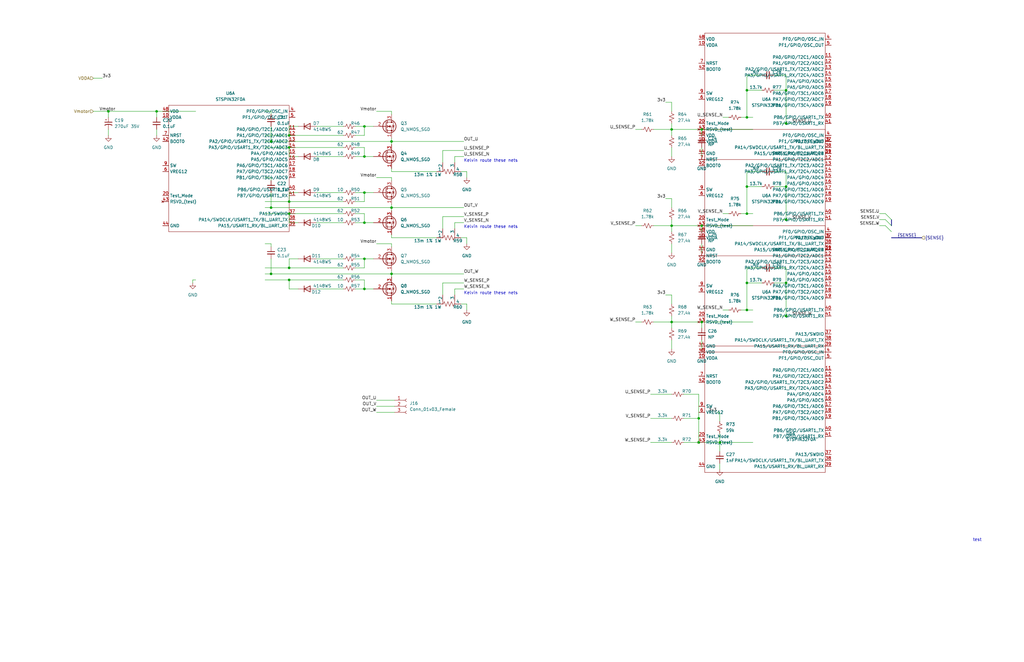
<source format=kicad_sch>
(kicad_sch (version 20210621) (generator eeschema)
  (paper "B")
  (lib_symbols
    (symbol "Connector:Conn_01x03_Female" (pin_names (offset 1.016) hide)
      (property "Reference" "J" (at 0 5.08 0))
      (property "Value" "Conn_01x03_Female" (at 0 -5.08 0))
      (symbol "Conn_01x03_Female_1_1"
        (arc (start 0 -2.032) (end 0 -3.048) (radius (at 0 -2.54) (length 0.508) (angles 90.1 -90.1)) (stroke (width 0.1524)))
        (arc (start 0 0.508) (end 0 -0.508) (radius (at 0 0) (length 0.508) (angles 90.1 -90.1)) (stroke (width 0.1524)))
        (arc (start 0 3.048) (end 0 2.032) (radius (at 0 2.54) (length 0.508) (angles 90.1 -90.1)) (stroke (width 0.1524)))
        (polyline (pts (xy -1.27 -2.54) (xy -0.508 -2.54)) (stroke (width 0.1524)))
        (polyline (pts (xy -1.27 0) (xy -0.508 0)) (stroke (width 0.1524)))
        (polyline (pts (xy -1.27 2.54) (xy -0.508 2.54)) (stroke (width 0.1524)))
        (pin passive line (at -5.08 2.54 0) (length 3.81) (name "Pin_1") (number "1"))
        (pin passive line (at -5.08 0 0) (length 3.81) (name "Pin_2") (number "2"))
        (pin passive line (at -5.08 -2.54 0) (length 3.81) (name "Pin_3") (number "3"))
      )
    )
    (symbol "Device:C_Polarized_Small_US" (pin_numbers hide) (pin_names (offset 0.254) hide)
      (property "Reference" "C" (at 0.254 1.778 0))
      (property "Value" "C_Polarized_Small_US" (at 0.254 -2.032 0))
      (symbol "C_Polarized_Small_US_0_1"
        (arc (start -1.524 -0.762) (end 1.524 -0.762) (radius (at 0 -3.556) (length 3.175) (angles 118.6 61.4)) (stroke (width 0.3048)))
        (polyline (pts (xy -1.524 0.508) (xy 1.524 0.508)) (stroke (width 0.3048)))
        (polyline (pts (xy -1.27 1.524) (xy -0.762 1.524)))
        (polyline (pts (xy -1.016 1.27) (xy -1.016 1.778)))
      )
      (symbol "C_Polarized_Small_US_1_1"
        (pin passive line (at 0 2.54 270) (length 2.032) (name "~") (number "1"))
        (pin passive line (at 0 -2.54 90) (length 2.032) (name "~") (number "2"))
      )
    )
    (symbol "Device:C_Small" (pin_numbers hide) (pin_names (offset 0.254) hide)
      (property "Reference" "C" (at 0.254 1.778 0))
      (property "Value" "C_Small" (at 0.254 -2.032 0))
      (symbol "C_Small_0_1"
        (polyline (pts (xy -1.524 -0.508) (xy 1.524 -0.508)) (stroke (width 0.3302)))
        (polyline (pts (xy -1.524 0.508) (xy 1.524 0.508)) (stroke (width 0.3048)))
      )
      (symbol "C_Small_1_1"
        (pin passive line (at 0 2.54 270) (length 2.032) (name "~") (number "1"))
        (pin passive line (at 0 -2.54 90) (length 2.032) (name "~") (number "2"))
      )
    )
    (symbol "Device:D" (pin_numbers hide) (pin_names (offset 1.016) hide)
      (property "Reference" "D" (at 0 2.54 0))
      (property "Value" "D" (at 0 -2.54 0))
      (symbol "D_0_1"
        (polyline (pts (xy -1.27 1.27) (xy -1.27 -1.27)) (stroke (width 0.254)))
        (polyline (pts (xy 1.27 0) (xy -1.27 0)))
        (polyline (pts (xy 1.27 1.27) (xy 1.27 -1.27) (xy -1.27 0) (xy 1.27 1.27)) (stroke (width 0.254)))
      )
      (symbol "D_1_1"
        (pin passive line (at -3.81 0 0) (length 2.54) (name "K") (number "1"))
        (pin passive line (at 3.81 0 180) (length 2.54) (name "A") (number "2"))
      )
    )
    (symbol "Device:Q_NMOS_SGD" (pin_names (offset 0) hide)
      (property "Reference" "Q" (at 5.08 1.27 0))
      (property "Value" "Q_NMOS_SGD" (at 5.08 -1.27 0))
      (symbol "Q_NMOS_SGD_0_1"
        (circle (center 1.651 0) (radius 2.794) (stroke (width 0.254)))
        (circle (center 2.54 -1.778) (radius 0.254) (fill (type outline)))
        (circle (center 2.54 1.778) (radius 0.254) (fill (type outline)))
        (polyline (pts (xy 0.254 0) (xy -2.54 0)))
        (polyline (pts (xy 0.254 1.905) (xy 0.254 -1.905)) (stroke (width 0.254)))
        (polyline (pts (xy 0.762 -1.27) (xy 0.762 -2.286)) (stroke (width 0.254)))
        (polyline (pts (xy 0.762 0.508) (xy 0.762 -0.508)) (stroke (width 0.254)))
        (polyline (pts (xy 0.762 2.286) (xy 0.762 1.27)) (stroke (width 0.254)))
        (polyline (pts (xy 2.54 2.54) (xy 2.54 1.778)))
        (polyline (pts (xy 2.54 -2.54) (xy 2.54 0) (xy 0.762 0)))
        (polyline (pts (xy 0.762 -1.778) (xy 3.302 -1.778) (xy 3.302 1.778) (xy 0.762 1.778)))
        (polyline (pts (xy 2.794 0.508) (xy 2.921 0.381) (xy 3.683 0.381) (xy 3.81 0.254)))
        (polyline (pts (xy 3.302 0.381) (xy 2.921 -0.254) (xy 3.683 -0.254) (xy 3.302 0.381)))
        (polyline (pts (xy 1.016 0) (xy 2.032 0.381) (xy 2.032 -0.381) (xy 1.016 0)) (fill (type outline)))
      )
      (symbol "Q_NMOS_SGD_1_1"
        (pin passive line (at 2.54 -5.08 90) (length 2.54) (name "S") (number "1"))
        (pin input line (at -5.08 0 0) (length 5.08) (name "G") (number "2"))
        (pin passive line (at 2.54 5.08 270) (length 2.54) (name "D") (number "3"))
      )
    )
    (symbol "Device:R_Shunt_US" (pin_numbers hide) (pin_names (offset 0))
      (property "Reference" "R" (at -5.08 0 90))
      (property "Value" "R_Shunt_US" (at -3.048 0 90))
      (symbol "R_Shunt_US_1_1"
        (polyline (pts (xy 0 -2.54) (xy 1.27 -2.54)))
        (polyline (pts (xy 0 -2.286) (xy 0 -2.54)))
        (polyline (pts (xy 0 2.286) (xy 0 2.54)))
        (polyline (pts (xy 1.27 2.54) (xy 0 2.54)))
        (polyline (pts (xy 0 -0.762) (xy 1.016 -1.143) (xy 0 -1.524) (xy -1.016 -1.905) (xy 0 -2.286)))
        (polyline (pts (xy 0 0.762) (xy 1.016 0.381) (xy 0 0) (xy -1.016 -0.381) (xy 0 -0.762)))
        (polyline (pts (xy 0 2.286) (xy 1.016 1.905) (xy 0 1.524) (xy -1.016 1.143) (xy 0 0.762)))
        (pin passive line (at 0 5.08 270) (length 2.54) (name "1") (number "1"))
        (pin passive line (at 3.81 2.54 180) (length 2.54) (name "2") (number "2"))
        (pin passive line (at 3.81 -2.54 180) (length 2.54) (name "3") (number "3"))
        (pin passive line (at 0 -5.08 90) (length 2.54) (name "4") (number "4"))
      )
    )
    (symbol "Device:R_Small_US" (pin_numbers hide) (pin_names (offset 0.254) hide)
      (property "Reference" "R" (at 0.762 0.508 0))
      (property "Value" "R_Small_US" (at 0.762 -1.016 0))
      (symbol "R_Small_US_1_1"
        (polyline (pts (xy 0 0) (xy 1.016 -0.381) (xy 0 -0.762) (xy -1.016 -1.143) (xy 0 -1.524)))
        (polyline (pts (xy 0 1.524) (xy 1.016 1.143) (xy 0 0.762) (xy -1.016 0.381) (xy 0 0)))
        (pin passive line (at 0 2.54 270) (length 1.016) (name "~") (number "1"))
        (pin passive line (at 0 -2.54 90) (length 1.016) (name "~") (number "2"))
      )
    )
    (symbol "power:GND" (power) (pin_names (offset 0))
      (property "Value" "GND" (at 0 -3.81 0))
      (symbol "GND_0_1"
        (polyline (pts (xy 0 0) (xy 0 -1.27) (xy 1.27 -1.27) (xy 0 -2.54) (xy -1.27 -1.27) (xy 0 -1.27)))
      )
      (symbol "GND_1_1"
        (pin power_in line (at 0 0 270) (length 0) hide (name "GND") (number "1"))
      )
    )
    (symbol "st_microcontrollers:STSPIN32F0A"
      (property "Reference" "U" (at 0 -17.78 0))
      (property "Value" "STSPIN32F0A" (at 0 40.64 0))
      (symbol "STSPIN32F0A_1_1"
        (rectangle (start -25.4 38.1) (end 25.4 -15.24) (stroke (width 0.1524)))
        (pin power_in line (at -27.94 33.02 0) (length 2.54) (name "VDDA") (number "10"))
        (pin bidirectional line (at 27.94 27.94 180) (length 2.54) (name "PA0/GPIO/T2C1/ADC0") (number "11"))
        (pin bidirectional line (at 27.94 25.4 180) (length 2.54) (name "PA1/GPIO/T2C2/ADC1") (number "12"))
        (pin bidirectional line (at 27.94 22.86 180) (length 2.54) (name "PA2/GPIO/USART1_TX/T2C3/ADC2") (number "13"))
        (pin bidirectional line (at 27.94 20.32 180) (length 2.54) (name "PA3/GPIO/USART1_RX/T2C4/ADC3") (number "14"))
        (pin bidirectional line (at 27.94 17.78 180) (length 2.54) (name "PA4/GPIO/ADC4") (number "15"))
        (pin bidirectional line (at 27.94 15.24 180) (length 2.54) (name "PA5/GPIO/ADC5") (number "16"))
        (pin bidirectional line (at 27.94 12.7 180) (length 2.54) (name "PA6/GPIO/T3C1/ADC6") (number "17"))
        (pin bidirectional line (at 27.94 10.16 180) (length 2.54) (name "PA7/GPIO/T3C2/ADC7") (number "18"))
        (pin bidirectional line (at 27.94 7.62 180) (length 2.54) (name "PB1/GPIO/T3C4/ADC9") (number "19"))
        (pin input line (at -27.94 0 0) (length 2.54) (name "Test_Mode") (number "20"))
        (pin input line (at 27.94 -7.62 180) (length 2.54) (name "PA13/SWDIO") (number "37"))
        (pin input line (at 27.94 -10.16 180) (length 2.54) (name "PA14/SWDCLK/USART1_TX/BL_UART_TX") (number "38"))
        (pin input line (at 27.94 -12.7 180) (length 2.54) (name "PA15/USART1_RX/BL_UART_RX") (number "39"))
        (pin bidirectional line (at 27.94 35.56 180) (length 2.54) (name "PF0/GPIO/OSC_IN") (number "4"))
        (pin bidirectional line (at 27.94 2.54 180) (length 2.54) (name "PB6/GPIO/USART1_TX") (number "40"))
        (pin bidirectional line (at 27.94 0 180) (length 2.54) (name "PB7/GPIO/USART1_RX") (number "41"))
        (pin bidirectional line (at -27.94 22.86 0) (length 2.54) (name "BOOT0") (number "42"))
        (pin no_connect line (at -27.94 -2.54 0) (length 2.54) (name "RSVD_(test)") (number "43"))
        (pin power_in line (at -27.94 -12.7 0) (length 2.54) (name "GND") (number "44"))
        (pin power_in line (at -27.94 35.56 0) (length 2.54) (name "VDD") (number "48"))
        (pin bidirectional line (at 27.94 33.02 180) (length 2.54) (name "PF1/GPIO/OSC_OUT") (number "5"))
        (pin bidirectional line (at -27.94 10.16 0) (length 2.54) (name "VREG12") (number "6"))
        (pin bidirectional line (at -27.94 25.4 0) (length 2.54) (name "NRST") (number "7"))
        (pin bidirectional line (at -27.94 12.7 0) (length 2.54) (name "SW") (number "9"))
      )
      (symbol "STSPIN32F0A_2_1"
        (rectangle (start -11.43 38.1) (end 12.7 -38.1) (stroke (width 0.1524)))
        (pin output line (at 15.24 -30.48 180) (length 2.54) (name "HSW") (number "25"))
        (pin bidirectional line (at 15.24 -33.02 180) (length 2.54) (name "OUTW") (number "26"))
        (pin bidirectional line (at 15.24 -20.32 180) (length 2.54) (name "VBOOTW") (number "27"))
        (pin output line (at 15.24 -35.56 180) (length 2.54) (name "LSW") (number "28"))
        (pin output line (at 15.24 -2.54 180) (length 2.54) (name "HSV") (number "29"))
        (pin bidirectional line (at 15.24 -5.08 180) (length 2.54) (name "OUTV") (number "30"))
        (pin bidirectional line (at 15.24 7.62 180) (length 2.54) (name "VBOOTV") (number "31"))
        (pin output line (at 15.24 -7.62 180) (length 2.54) (name "LSV") (number "32"))
        (pin output line (at 15.24 25.4 180) (length 2.54) (name "HSU") (number "33"))
        (pin bidirectional line (at 15.24 22.86 180) (length 2.54) (name "OUTU") (number "34"))
        (pin bidirectional line (at 15.24 35.56 180) (length 2.54) (name "VBOOTU") (number "35"))
        (pin output line (at 15.24 20.32 180) (length 2.54) (name "LSU") (number "36"))
        (pin power_in line (at -13.97 -35.56 0) (length 2.54) (name "EPAD/GND") (number "49"))
        (pin power_in line (at -13.97 35.56 0) (length 2.54) (name "VM/VMotor") (number "8"))
      )
      (symbol "STSPIN32F0A_3_1"
        (polyline (pts (xy -2.54 5.08) (xy -2.54 -5.08) (xy 3.81 0) (xy -2.54 5.08)) (stroke (width 0.1524)))
        (pin output line (at 6.35 0 180) (length 2.54) (name "OP1O") (number "21"))
        (pin input inverted (at -5.08 2.54 0) (length 2.54) (name "OP1N") (number "22"))
        (pin input line (at -5.08 -2.54 0) (length 2.54) (name "OP1P") (number "23"))
      )
      (symbol "STSPIN32F0A_4_1"
        (polyline (pts (xy -2.54 5.08) (xy -2.54 -5.08) (xy 3.81 0) (xy -2.54 5.08)) (stroke (width 0.1524)))
        (pin input line (at -5.08 -2.54 0) (length 2.54) (name "OP2P") (number "1"))
        (pin input inverted (at -5.08 2.54 0) (length 2.54) (name "OP2N") (number "2"))
        (pin output line (at 6.35 0 180) (length 2.54) (name "OP2O") (number "3"))
      )
      (symbol "STSPIN32F0A_5_1"
        (polyline (pts (xy -2.54 5.08) (xy -2.54 -5.08) (xy 3.81 0) (xy -2.54 5.08)) (stroke (width 0.1524)))
        (pin input line (at -5.08 -2.54 0) (length 2.54) (name "OP3P") (number "45"))
        (pin input inverted (at -5.08 2.54 0) (length 2.54) (name "OP3N") (number "46"))
        (pin output line (at 6.35 0 180) (length 2.54) (name "OP3O") (number "47"))
      )
      (symbol "STSPIN32F0A_6_1"
        (polyline (pts (xy -5.715 3.175) (xy -4.445 1.905)) (stroke (width 0.1524)))
        (polyline (pts (xy -4.445 3.175) (xy -5.715 1.905)) (stroke (width 0.1524)))
        (polyline (pts (xy -2.54 2.54) (xy -5.08 2.54)) (stroke (width 0.1524)))
        (polyline (pts (xy 3.81 0) (xy 6.35 0)) (stroke (width 0.1524)))
        (polyline (pts (xy 5.715 -0.635) (xy 6.985 0.635)) (stroke (width 0.1524)))
        (polyline (pts (xy 5.715 0.635) (xy 6.985 -0.635)) (stroke (width 0.1524)))
        (polyline (pts (xy -2.54 5.08) (xy -2.54 -5.08) (xy 3.81 0) (xy -2.54 5.08)) (stroke (width 0.1524)))
        (pin input line (at -5.08 -2.54 0) (length 2.54) (name "OC_Comp") (number "24"))
      )
    )
  )
  (junction (at 45.72 46.99) (diameter 0.9144))
  (junction (at 66.04 46.99) (diameter 0.9144))
  (junction (at 114.3 59.69) (diameter 0.9144))
  (junction (at 114.3 87.63) (diameter 0.9144))
  (junction (at 114.3 115.57) (diameter 0.9144))
  (junction (at 121.92 57.15) (diameter 0.9144))
  (junction (at 121.92 62.23) (diameter 0.9144))
  (junction (at 121.92 85.09) (diameter 0.9144))
  (junction (at 121.92 90.17) (diameter 0.9144))
  (junction (at 121.92 113.03) (diameter 0.9144))
  (junction (at 121.92 118.11) (diameter 0.9144))
  (junction (at 153.67 53.34) (diameter 0.9144))
  (junction (at 153.67 66.04) (diameter 0.9144))
  (junction (at 153.67 81.28) (diameter 0.9144))
  (junction (at 153.67 93.98) (diameter 0.9144))
  (junction (at 153.67 109.22) (diameter 0.9144))
  (junction (at 153.67 121.92) (diameter 0.9144))
  (junction (at 165.1 59.69) (diameter 0.9144))
  (junction (at 165.1 87.63) (diameter 0.9144))
  (junction (at 165.1 115.57) (diameter 0.9144))
  (junction (at 283.21 54.61) (diameter 0.9144))
  (junction (at 283.21 95.25) (diameter 0.9144))
  (junction (at 283.21 135.89) (diameter 0.9144))
  (junction (at 294.64 176.53) (diameter 0.9144))
  (junction (at 294.64 186.69) (diameter 0.9144))
  (junction (at 295.91 54.61) (diameter 0.9144))
  (junction (at 295.91 95.25) (diameter 0.9144))
  (junction (at 295.91 135.89) (diameter 0.9144))
  (junction (at 303.53 186.69) (diameter 0.9144))
  (junction (at 314.96 38.1) (diameter 0.9144))
  (junction (at 314.96 49.53) (diameter 0.9144))
  (junction (at 314.96 78.74) (diameter 0.9144))
  (junction (at 314.96 90.17) (diameter 0.9144))
  (junction (at 314.96 119.38) (diameter 0.9144))
  (junction (at 314.96 130.81) (diameter 0.9144))
  (junction (at 331.47 38.1) (diameter 0.9144))
  (junction (at 331.47 52.07) (diameter 0.9144))
  (junction (at 331.47 78.74) (diameter 0.9144))
  (junction (at 331.47 92.71) (diameter 0.9144))
  (junction (at 331.47 119.38) (diameter 0.9144))
  (junction (at 331.47 133.35) (diameter 0.9144))
  (bus_entry (at 373.38 90.17) (size 2.54 2.54))
  (bus_entry (at 373.38 92.71) (size 2.54 2.54))
  (bus_entry (at 373.38 95.25) (size 2.54 2.54))
  (wire (pts (xy 39.37 33.02) (xy 43.18 33.02)))
  (wire (pts (xy 39.37 46.99) (xy 45.72 46.99)))
  (wire (pts (xy 45.72 46.99) (xy 45.72 49.53)))
  (wire (pts (xy 45.72 46.99) (xy 66.04 46.99)))
  (wire (pts (xy 45.72 54.61) (xy 45.72 57.15)))
  (wire (pts (xy 66.04 46.99) (xy 66.04 49.53)))
  (wire (pts (xy 66.04 46.99) (xy 82.55 46.99)))
  (wire (pts (xy 66.04 54.61) (xy 66.04 57.15)))
  (wire (pts (xy 81.28 118.11) (xy 81.28 119.38)))
  (wire (pts (xy 82.55 118.11) (xy 81.28 118.11)))
  (wire (pts (xy 111.76 57.15) (xy 121.92 57.15)))
  (wire (pts (xy 111.76 59.69) (xy 114.3 59.69)))
  (wire (pts (xy 111.76 62.23) (xy 121.92 62.23)))
  (wire (pts (xy 111.76 85.09) (xy 121.92 85.09)))
  (wire (pts (xy 111.76 87.63) (xy 114.3 87.63)))
  (wire (pts (xy 111.76 90.17) (xy 121.92 90.17)))
  (wire (pts (xy 111.76 113.03) (xy 121.92 113.03)))
  (wire (pts (xy 111.76 115.57) (xy 114.3 115.57)))
  (wire (pts (xy 111.76 118.11) (xy 121.92 118.11)))
  (wire (pts (xy 114.3 46.99) (xy 111.76 46.99)))
  (wire (pts (xy 114.3 48.26) (xy 114.3 46.99)))
  (wire (pts (xy 114.3 53.34) (xy 114.3 59.69)))
  (wire (pts (xy 114.3 59.69) (xy 165.1 59.69)))
  (wire (pts (xy 114.3 74.93) (xy 111.76 74.93)))
  (wire (pts (xy 114.3 76.2) (xy 114.3 74.93)))
  (wire (pts (xy 114.3 81.28) (xy 114.3 87.63)))
  (wire (pts (xy 114.3 87.63) (xy 165.1 87.63)))
  (wire (pts (xy 114.3 102.87) (xy 111.76 102.87)))
  (wire (pts (xy 114.3 104.14) (xy 114.3 102.87)))
  (wire (pts (xy 114.3 109.22) (xy 114.3 115.57)))
  (wire (pts (xy 114.3 115.57) (xy 165.1 115.57)))
  (wire (pts (xy 121.92 53.34) (xy 121.92 57.15)))
  (wire (pts (xy 121.92 57.15) (xy 144.78 57.15)))
  (wire (pts (xy 121.92 62.23) (xy 144.78 62.23)))
  (wire (pts (xy 121.92 66.04) (xy 121.92 62.23)))
  (wire (pts (xy 121.92 81.28) (xy 121.92 85.09)))
  (wire (pts (xy 121.92 85.09) (xy 144.78 85.09)))
  (wire (pts (xy 121.92 90.17) (xy 144.78 90.17)))
  (wire (pts (xy 121.92 93.98) (xy 121.92 90.17)))
  (wire (pts (xy 121.92 109.22) (xy 121.92 113.03)))
  (wire (pts (xy 121.92 113.03) (xy 144.78 113.03)))
  (wire (pts (xy 121.92 118.11) (xy 144.78 118.11)))
  (wire (pts (xy 121.92 121.92) (xy 121.92 118.11)))
  (wire (pts (xy 125.73 53.34) (xy 121.92 53.34)))
  (wire (pts (xy 125.73 66.04) (xy 121.92 66.04)))
  (wire (pts (xy 125.73 81.28) (xy 121.92 81.28)))
  (wire (pts (xy 125.73 93.98) (xy 121.92 93.98)))
  (wire (pts (xy 125.73 109.22) (xy 121.92 109.22)))
  (wire (pts (xy 125.73 121.92) (xy 121.92 121.92)))
  (wire (pts (xy 133.35 53.34) (xy 144.78 53.34)))
  (wire (pts (xy 133.35 66.04) (xy 144.78 66.04)))
  (wire (pts (xy 133.35 81.28) (xy 144.78 81.28)))
  (wire (pts (xy 133.35 93.98) (xy 144.78 93.98)))
  (wire (pts (xy 133.35 109.22) (xy 144.78 109.22)))
  (wire (pts (xy 133.35 121.92) (xy 144.78 121.92)))
  (wire (pts (xy 149.86 53.34) (xy 153.67 53.34)))
  (wire (pts (xy 149.86 57.15) (xy 153.67 57.15)))
  (wire (pts (xy 149.86 62.23) (xy 153.67 62.23)))
  (wire (pts (xy 149.86 66.04) (xy 153.67 66.04)))
  (wire (pts (xy 149.86 81.28) (xy 153.67 81.28)))
  (wire (pts (xy 149.86 85.09) (xy 153.67 85.09)))
  (wire (pts (xy 149.86 90.17) (xy 153.67 90.17)))
  (wire (pts (xy 149.86 93.98) (xy 153.67 93.98)))
  (wire (pts (xy 149.86 109.22) (xy 153.67 109.22)))
  (wire (pts (xy 149.86 113.03) (xy 153.67 113.03)))
  (wire (pts (xy 149.86 118.11) (xy 153.67 118.11)))
  (wire (pts (xy 149.86 121.92) (xy 153.67 121.92)))
  (wire (pts (xy 153.67 53.34) (xy 153.67 57.15)))
  (wire (pts (xy 153.67 53.34) (xy 157.48 53.34)))
  (wire (pts (xy 153.67 62.23) (xy 153.67 66.04)))
  (wire (pts (xy 153.67 66.04) (xy 157.48 66.04)))
  (wire (pts (xy 153.67 81.28) (xy 153.67 85.09)))
  (wire (pts (xy 153.67 81.28) (xy 157.48 81.28)))
  (wire (pts (xy 153.67 90.17) (xy 153.67 93.98)))
  (wire (pts (xy 153.67 93.98) (xy 157.48 93.98)))
  (wire (pts (xy 153.67 109.22) (xy 153.67 113.03)))
  (wire (pts (xy 153.67 109.22) (xy 157.48 109.22)))
  (wire (pts (xy 153.67 118.11) (xy 153.67 121.92)))
  (wire (pts (xy 153.67 121.92) (xy 157.48 121.92)))
  (wire (pts (xy 158.75 46.99) (xy 165.1 46.99)))
  (wire (pts (xy 158.75 74.93) (xy 165.1 74.93)))
  (wire (pts (xy 158.75 102.87) (xy 165.1 102.87)))
  (wire (pts (xy 158.75 168.91) (xy 166.37 168.91)))
  (wire (pts (xy 158.75 171.45) (xy 166.37 171.45)))
  (wire (pts (xy 158.75 173.99) (xy 166.37 173.99)))
  (wire (pts (xy 165.1 48.26) (xy 165.1 46.99)))
  (wire (pts (xy 165.1 58.42) (xy 165.1 59.69)))
  (wire (pts (xy 165.1 59.69) (xy 165.1 60.96)))
  (wire (pts (xy 165.1 59.69) (xy 195.58 59.69)))
  (wire (pts (xy 165.1 72.39) (xy 165.1 71.12)))
  (wire (pts (xy 165.1 72.39) (xy 184.15 72.39)))
  (wire (pts (xy 165.1 76.2) (xy 165.1 74.93)))
  (wire (pts (xy 165.1 86.36) (xy 165.1 87.63)))
  (wire (pts (xy 165.1 87.63) (xy 165.1 88.9)))
  (wire (pts (xy 165.1 87.63) (xy 195.58 87.63)))
  (wire (pts (xy 165.1 100.33) (xy 165.1 99.06)))
  (wire (pts (xy 165.1 100.33) (xy 184.15 100.33)))
  (wire (pts (xy 165.1 104.14) (xy 165.1 102.87)))
  (wire (pts (xy 165.1 114.3) (xy 165.1 115.57)))
  (wire (pts (xy 165.1 115.57) (xy 165.1 116.84)))
  (wire (pts (xy 165.1 115.57) (xy 195.58 115.57)))
  (wire (pts (xy 165.1 128.27) (xy 165.1 127)))
  (wire (pts (xy 165.1 128.27) (xy 184.15 128.27)))
  (wire (pts (xy 186.69 63.5) (xy 195.58 63.5)))
  (wire (pts (xy 186.69 68.58) (xy 186.69 63.5)))
  (wire (pts (xy 186.69 91.44) (xy 195.58 91.44)))
  (wire (pts (xy 186.69 96.52) (xy 186.69 91.44)))
  (wire (pts (xy 186.69 119.38) (xy 195.58 119.38)))
  (wire (pts (xy 186.69 124.46) (xy 186.69 119.38)))
  (wire (pts (xy 191.77 66.04) (xy 195.58 66.04)))
  (wire (pts (xy 191.77 68.58) (xy 191.77 66.04)))
  (wire (pts (xy 191.77 93.98) (xy 195.58 93.98)))
  (wire (pts (xy 191.77 96.52) (xy 191.77 93.98)))
  (wire (pts (xy 191.77 121.92) (xy 195.58 121.92)))
  (wire (pts (xy 191.77 124.46) (xy 191.77 121.92)))
  (wire (pts (xy 194.31 72.39) (xy 196.85 72.39)))
  (wire (pts (xy 194.31 100.33) (xy 196.85 100.33)))
  (wire (pts (xy 194.31 128.27) (xy 196.85 128.27)))
  (wire (pts (xy 196.85 72.39) (xy 196.85 74.93)))
  (wire (pts (xy 196.85 100.33) (xy 196.85 102.87)))
  (wire (pts (xy 196.85 128.27) (xy 196.85 130.81)))
  (wire (pts (xy 267.97 54.61) (xy 270.51 54.61)))
  (wire (pts (xy 267.97 95.25) (xy 270.51 95.25)))
  (wire (pts (xy 267.97 135.89) (xy 270.51 135.89)))
  (wire (pts (xy 274.32 166.37) (xy 283.21 166.37)))
  (wire (pts (xy 274.32 176.53) (xy 283.21 176.53)))
  (wire (pts (xy 274.32 186.69) (xy 283.21 186.69)))
  (wire (pts (xy 275.59 54.61) (xy 283.21 54.61)))
  (wire (pts (xy 275.59 95.25) (xy 283.21 95.25)))
  (wire (pts (xy 275.59 135.89) (xy 283.21 135.89)))
  (wire (pts (xy 280.67 43.18) (xy 283.21 43.18)))
  (wire (pts (xy 280.67 83.82) (xy 283.21 83.82)))
  (wire (pts (xy 280.67 124.46) (xy 283.21 124.46)))
  (wire (pts (xy 283.21 43.18) (xy 283.21 46.99)))
  (wire (pts (xy 283.21 52.07) (xy 283.21 54.61)))
  (wire (pts (xy 283.21 54.61) (xy 283.21 57.15)))
  (wire (pts (xy 283.21 54.61) (xy 295.91 54.61)))
  (wire (pts (xy 283.21 62.23) (xy 283.21 66.04)))
  (wire (pts (xy 283.21 83.82) (xy 283.21 87.63)))
  (wire (pts (xy 283.21 92.71) (xy 283.21 95.25)))
  (wire (pts (xy 283.21 95.25) (xy 283.21 97.79)))
  (wire (pts (xy 283.21 95.25) (xy 295.91 95.25)))
  (wire (pts (xy 283.21 102.87) (xy 283.21 106.68)))
  (wire (pts (xy 283.21 124.46) (xy 283.21 128.27)))
  (wire (pts (xy 283.21 133.35) (xy 283.21 135.89)))
  (wire (pts (xy 283.21 135.89) (xy 283.21 138.43)))
  (wire (pts (xy 283.21 135.89) (xy 295.91 135.89)))
  (wire (pts (xy 283.21 143.51) (xy 283.21 147.32)))
  (wire (pts (xy 288.29 166.37) (xy 294.64 166.37)))
  (wire (pts (xy 288.29 176.53) (xy 294.64 176.53)))
  (wire (pts (xy 288.29 186.69) (xy 294.64 186.69)))
  (wire (pts (xy 294.64 166.37) (xy 294.64 176.53)))
  (wire (pts (xy 294.64 176.53) (xy 294.64 186.69)))
  (wire (pts (xy 294.64 186.69) (xy 303.53 186.69)))
  (wire (pts (xy 295.91 54.61) (xy 295.91 57.15)))
  (wire (pts (xy 295.91 54.61) (xy 317.5 54.61)))
  (wire (pts (xy 295.91 62.23) (xy 295.91 66.04)))
  (wire (pts (xy 295.91 95.25) (xy 295.91 97.79)))
  (wire (pts (xy 295.91 95.25) (xy 317.5 95.25)))
  (wire (pts (xy 295.91 102.87) (xy 295.91 106.68)))
  (wire (pts (xy 295.91 135.89) (xy 295.91 138.43)))
  (wire (pts (xy 295.91 135.89) (xy 317.5 135.89)))
  (wire (pts (xy 295.91 143.51) (xy 295.91 147.32)))
  (wire (pts (xy 302.26 173.99) (xy 303.53 173.99)))
  (wire (pts (xy 303.53 177.8) (xy 303.53 173.99)))
  (wire (pts (xy 303.53 182.88) (xy 303.53 186.69)))
  (wire (pts (xy 303.53 186.69) (xy 303.53 190.5)))
  (wire (pts (xy 303.53 186.69) (xy 317.5 186.69)))
  (wire (pts (xy 303.53 195.58) (xy 303.53 198.12)))
  (wire (pts (xy 304.8 49.53) (xy 307.34 49.53)))
  (wire (pts (xy 304.8 90.17) (xy 307.34 90.17)))
  (wire (pts (xy 304.8 130.81) (xy 307.34 130.81)))
  (wire (pts (xy 312.42 49.53) (xy 314.96 49.53)))
  (wire (pts (xy 312.42 90.17) (xy 314.96 90.17)))
  (wire (pts (xy 312.42 130.81) (xy 314.96 130.81)))
  (wire (pts (xy 314.96 31.75) (xy 314.96 38.1)))
  (wire (pts (xy 314.96 38.1) (xy 314.96 49.53)))
  (wire (pts (xy 314.96 49.53) (xy 317.5 49.53)))
  (wire (pts (xy 314.96 72.39) (xy 314.96 78.74)))
  (wire (pts (xy 314.96 78.74) (xy 314.96 90.17)))
  (wire (pts (xy 314.96 90.17) (xy 317.5 90.17)))
  (wire (pts (xy 314.96 113.03) (xy 314.96 119.38)))
  (wire (pts (xy 314.96 119.38) (xy 314.96 130.81)))
  (wire (pts (xy 314.96 130.81) (xy 317.5 130.81)))
  (wire (pts (xy 321.31 31.75) (xy 314.96 31.75)))
  (wire (pts (xy 321.31 38.1) (xy 314.96 38.1)))
  (wire (pts (xy 321.31 72.39) (xy 314.96 72.39)))
  (wire (pts (xy 321.31 78.74) (xy 314.96 78.74)))
  (wire (pts (xy 321.31 113.03) (xy 314.96 113.03)))
  (wire (pts (xy 321.31 119.38) (xy 314.96 119.38)))
  (wire (pts (xy 326.39 31.75) (xy 331.47 31.75)))
  (wire (pts (xy 326.39 38.1) (xy 331.47 38.1)))
  (wire (pts (xy 326.39 72.39) (xy 331.47 72.39)))
  (wire (pts (xy 326.39 78.74) (xy 331.47 78.74)))
  (wire (pts (xy 326.39 113.03) (xy 331.47 113.03)))
  (wire (pts (xy 326.39 119.38) (xy 331.47 119.38)))
  (wire (pts (xy 331.47 31.75) (xy 331.47 38.1)))
  (wire (pts (xy 331.47 38.1) (xy 331.47 52.07)))
  (wire (pts (xy 331.47 52.07) (xy 328.93 52.07)))
  (wire (pts (xy 331.47 52.07) (xy 334.01 52.07)))
  (wire (pts (xy 331.47 72.39) (xy 331.47 78.74)))
  (wire (pts (xy 331.47 78.74) (xy 331.47 92.71)))
  (wire (pts (xy 331.47 92.71) (xy 328.93 92.71)))
  (wire (pts (xy 331.47 92.71) (xy 334.01 92.71)))
  (wire (pts (xy 331.47 113.03) (xy 331.47 119.38)))
  (wire (pts (xy 331.47 119.38) (xy 331.47 133.35)))
  (wire (pts (xy 331.47 133.35) (xy 328.93 133.35)))
  (wire (pts (xy 331.47 133.35) (xy 334.01 133.35)))
  (wire (pts (xy 370.84 90.17) (xy 373.38 90.17)))
  (wire (pts (xy 370.84 92.71) (xy 373.38 92.71)))
  (wire (pts (xy 370.84 95.25) (xy 373.38 95.25)))
  (bus (pts (xy 375.92 92.71) (xy 375.92 100.33)))
  (bus (pts (xy 375.92 100.33) (xy 388.62 100.33)))
  (text "Kelvin route these nets" (at 195.58 68.58 0) (effects (font (size 1.27 1.27)) (justify left bottom)))
  (text "Kelvin route these nets" (at 195.58 96.52 0) (effects (font (size 1.27 1.27)) (justify left bottom)))
  (text "Kelvin route these nets" (at 195.58 124.46 0) (effects (font (size 1.27 1.27)) (justify left bottom)))
  (text "test" (at 410.21 228.6 0) (effects (font (size 1.27 1.27)) (justify left bottom)))
  (label "Vmotor" (at 41.91 46.99 0))
  (label "3v3" (at 43.18 33.02 0))
  (label "Vmotor" (at 158.75 46.99 180))
  (label "Vmotor" (at 158.75 74.93 180))
  (label "Vmotor" (at 158.75 102.87 180))
  (label "OUT_U" (at 158.75 168.91 180))
  (label "OUT_V" (at 158.75 171.45 180))
  (label "OUT_W" (at 158.75 173.99 180))
  (label "OUT_U" (at 195.58 59.69 0))
  (label "U_SENSE_P" (at 195.58 63.5 0))
  (label "U_SENSE_N" (at 195.58 66.04 0))
  (label "OUT_V" (at 195.58 87.63 0))
  (label "V_SENSE_P" (at 195.58 91.44 0))
  (label "V_SENSE_N" (at 195.58 93.98 0))
  (label "OUT_W" (at 195.58 115.57 0))
  (label "W_SENSE_P" (at 195.58 119.38 0))
  (label "W_SENSE_N" (at 195.58 121.92 0))
  (label "U_SENSE_P" (at 267.97 54.61 180))
  (label "V_SENSE_P" (at 267.97 95.25 180))
  (label "W_SENSE_P" (at 267.97 135.89 180))
  (label "U_SENSE_P" (at 274.32 166.37 180))
  (label "V_SENSE_P" (at 274.32 176.53 180))
  (label "W_SENSE_P" (at 274.32 186.69 180))
  (label "3v3" (at 280.67 43.18 180))
  (label "3v3" (at 280.67 83.82 180))
  (label "3v3" (at 280.67 124.46 180))
  (label "3v3" (at 302.26 173.99 180))
  (label "U_SENSE_N" (at 304.8 49.53 180))
  (label "V_SENSE_N" (at 304.8 90.17 180))
  (label "W_SENSE_N" (at 304.8 130.81 180))
  (label "SENSE.U" (at 334.01 52.07 0))
  (label "SENSE.V" (at 334.01 92.71 0))
  (label "SENSE.W" (at 334.01 133.35 0))
  (label "SENSE.U" (at 370.84 90.17 180))
  (label "SENSE.V" (at 370.84 92.71 180))
  (label "SENSE.W" (at 370.84 95.25 180))
  (label "{SENSE}" (at 378.46 100.33 0))
  (hierarchical_label "VDDA" (shape input) (at 39.37 33.02 180))
  (hierarchical_label "Vmotor" (shape input) (at 39.37 46.99 180))
  (hierarchical_label "{SENSE}" (shape input) (at 388.62 100.33 0))
  (symbol (lib_id "power:GND") (at 45.72 57.15 0)
    (property "Reference" "#PWR069" (effects hide))
    (property "Value" "GND" (at 45.72 62.23 0))
  )
  (symbol (lib_id "power:GND") (at 66.04 57.15 0)
    (property "Reference" "#PWR070" (effects hide))
    (property "Value" "GND" (at 66.04 62.23 0))
  )
  (symbol (lib_id "power:GND") (at 81.28 119.38 0)
    (property "Reference" "#PWR071" (effects hide))
    (property "Value" "GND" (at 81.28 124.46 0))
  )
  (symbol (lib_id "power:GND") (at 196.85 74.93 0)
    (property "Reference" "#PWR072" (effects hide))
    (property "Value" "GND" (at 196.85 80.01 0))
  )
  (symbol (lib_id "power:GND") (at 196.85 102.87 0)
    (property "Reference" "#PWR073" (effects hide))
    (property "Value" "GND" (at 196.85 107.95 0))
  )
  (symbol (lib_id "power:GND") (at 196.85 130.81 0)
    (property "Reference" "#PWR074" (effects hide))
    (property "Value" "GND" (at 196.85 135.89 0))
  )
  (symbol (lib_id "power:GND") (at 283.21 66.04 0)
    (property "Reference" "#PWR075" (effects hide))
    (property "Value" "GND" (at 283.21 71.12 0))
  )
  (symbol (lib_id "power:GND") (at 283.21 106.68 0)
    (property "Reference" "#PWR076" (effects hide))
    (property "Value" "GND" (at 283.21 111.76 0))
  )
  (symbol (lib_id "power:GND") (at 283.21 147.32 0)
    (property "Reference" "#PWR077" (effects hide))
    (property "Value" "GND" (at 283.21 152.4 0))
  )
  (symbol (lib_id "power:GND") (at 295.91 66.04 0)
    (property "Reference" "#PWR078" (effects hide))
    (property "Value" "GND" (at 295.91 71.12 0))
  )
  (symbol (lib_id "power:GND") (at 295.91 106.68 0)
    (property "Reference" "#PWR079" (effects hide))
    (property "Value" "GND" (at 295.91 111.76 0))
  )
  (symbol (lib_id "power:GND") (at 295.91 147.32 0)
    (property "Reference" "#PWR080" (effects hide))
    (property "Value" "GND" (at 295.91 152.4 0))
  )
  (symbol (lib_id "power:GND") (at 303.53 198.12 0)
    (property "Reference" "#PWR081" (effects hide))
    (property "Value" "GND" (at 303.53 203.2 0))
  )
  (symbol (lib_id "Device:R_Small_US") (at 147.32 53.34 90)
    (property "Reference" "R46" (at 149.86 52.07 90))
    (property "Value" "10" (at 143.51 52.07 90))
  )
  (symbol (lib_id "Device:R_Small_US") (at 147.32 57.15 90)
    (property "Reference" "R47" (at 149.86 55.88 90))
    (property "Value" "62" (at 143.51 55.88 90))
  )
  (symbol (lib_id "Device:R_Small_US") (at 147.32 62.23 90)
    (property "Reference" "R48" (at 149.86 60.96 90))
    (property "Value" "62" (at 143.51 60.96 90))
  )
  (symbol (lib_id "Device:R_Small_US") (at 147.32 66.04 90)
    (property "Reference" "R49" (at 149.86 64.77 90))
    (property "Value" "10" (at 143.51 64.77 90))
  )
  (symbol (lib_id "Device:R_Small_US") (at 147.32 81.28 90)
    (property "Reference" "R50" (at 149.86 80.01 90))
    (property "Value" "10" (at 143.51 80.01 90))
  )
  (symbol (lib_id "Device:R_Small_US") (at 147.32 85.09 90)
    (property "Reference" "R51" (at 149.86 83.82 90))
    (property "Value" "62" (at 143.51 83.82 90))
  )
  (symbol (lib_id "Device:R_Small_US") (at 147.32 90.17 90)
    (property "Reference" "R52" (at 149.86 88.9 90))
    (property "Value" "62" (at 143.51 88.9 90))
  )
  (symbol (lib_id "Device:R_Small_US") (at 147.32 93.98 90)
    (property "Reference" "R53" (at 149.86 92.71 90))
    (property "Value" "10" (at 143.51 92.71 90))
  )
  (symbol (lib_id "Device:R_Small_US") (at 147.32 109.22 90)
    (property "Reference" "R54" (at 149.86 107.95 90))
    (property "Value" "10" (at 143.51 107.95 90))
  )
  (symbol (lib_id "Device:R_Small_US") (at 147.32 113.03 90)
    (property "Reference" "R55" (at 149.86 111.76 90))
    (property "Value" "62" (at 143.51 111.76 90))
  )
  (symbol (lib_id "Device:R_Small_US") (at 147.32 118.11 90)
    (property "Reference" "R56" (at 149.86 116.84 90))
    (property "Value" "62" (at 143.51 116.84 90))
  )
  (symbol (lib_id "Device:R_Small_US") (at 147.32 121.92 90)
    (property "Reference" "R57" (at 149.86 120.65 90))
    (property "Value" "10" (at 143.51 120.65 90))
  )
  (symbol (lib_id "Device:R_Small_US") (at 273.05 54.61 270)
    (property "Reference" "R61" (at 273.05 48.26 90))
    (property "Value" "1.78k" (at 273.05 50.8 90))
  )
  (symbol (lib_id "Device:R_Small_US") (at 273.05 95.25 270)
    (property "Reference" "R62" (at 273.05 88.9 90))
    (property "Value" "1.78k" (at 273.05 91.44 90))
  )
  (symbol (lib_id "Device:R_Small_US") (at 273.05 135.89 270)
    (property "Reference" "R63" (at 273.05 129.54 90))
    (property "Value" "1.78k" (at 273.05 132.08 90))
  )
  (symbol (lib_id "Device:R_Small_US") (at 283.21 49.53 180)
    (property "Reference" "R64" (at 285.75 48.2599 0) (effects (justify right)))
    (property "Value" "27.4k" (at 285.75 50.7999 0) (effects (justify right)))
  )
  (symbol (lib_id "Device:R_Small_US") (at 283.21 59.69 180)
    (property "Reference" "R65" (at 285.75 58.4199 0) (effects (justify right)))
    (property "Value" "27.4k" (at 285.75 60.9599 0) (effects (justify right)))
  )
  (symbol (lib_id "Device:R_Small_US") (at 283.21 90.17 180)
    (property "Reference" "R66" (at 285.75 88.8999 0) (effects (justify right)))
    (property "Value" "27.4k" (at 285.75 91.4399 0) (effects (justify right)))
  )
  (symbol (lib_id "Device:R_Small_US") (at 283.21 100.33 180)
    (property "Reference" "R67" (at 285.75 99.0599 0) (effects (justify right)))
    (property "Value" "27.4k" (at 285.75 101.5999 0) (effects (justify right)))
  )
  (symbol (lib_id "Device:R_Small_US") (at 283.21 130.81 180)
    (property "Reference" "R68" (at 285.75 129.5399 0) (effects (justify right)))
    (property "Value" "27.4k" (at 285.75 132.0799 0) (effects (justify right)))
  )
  (symbol (lib_id "Device:R_Small_US") (at 283.21 140.97 180)
    (property "Reference" "R69" (at 285.75 139.6999 0) (effects (justify right)))
    (property "Value" "27.4k" (at 285.75 142.2399 0) (effects (justify right)))
  )
  (symbol (lib_id "Device:R_Small_US") (at 285.75 166.37 270)
    (property "Reference" "R70" (at 289.56 165.1 90))
    (property "Value" "3.3k" (at 279.4 165.1 90))
  )
  (symbol (lib_id "Device:R_Small_US") (at 285.75 176.53 270)
    (property "Reference" "R71" (at 289.56 175.26 90))
    (property "Value" "3.3k" (at 279.4 175.26 90))
  )
  (symbol (lib_id "Device:R_Small_US") (at 285.75 186.69 270)
    (property "Reference" "R72" (at 289.56 185.42 90))
    (property "Value" "3.3k" (at 279.4 185.42 90))
  )
  (symbol (lib_id "Device:R_Small_US") (at 303.53 180.34 180)
    (property "Reference" "R73" (at 306.07 179.0699 0) (effects (justify right)))
    (property "Value" "59k" (at 306.07 181.6099 0) (effects (justify right)))
  )
  (symbol (lib_id "Device:R_Small_US") (at 309.88 49.53 270)
    (property "Reference" "R74" (at 309.88 43.18 90))
    (property "Value" "1.78k" (at 309.88 45.72 90))
  )
  (symbol (lib_id "Device:R_Small_US") (at 309.88 90.17 270)
    (property "Reference" "R75" (at 309.88 83.82 90))
    (property "Value" "1.78k" (at 309.88 86.36 90))
  )
  (symbol (lib_id "Device:R_Small_US") (at 309.88 130.81 270)
    (property "Reference" "R76" (at 309.88 124.46 90))
    (property "Value" "1.78k" (at 309.88 127 90))
  )
  (symbol (lib_id "Device:R_Small_US") (at 323.85 38.1 90)
    (property "Reference" "R77" (at 327.66 36.83 90))
    (property "Value" "13.7k" (at 318.77 36.83 90))
  )
  (symbol (lib_id "Device:R_Small_US") (at 323.85 78.74 90)
    (property "Reference" "R78" (at 327.66 77.47 90))
    (property "Value" "13.7k" (at 318.77 77.47 90))
  )
  (symbol (lib_id "Device:R_Small_US") (at 323.85 119.38 90)
    (property "Reference" "R79" (at 327.66 118.11 90))
    (property "Value" "13.7k" (at 318.77 118.11 90))
  )
  (symbol (lib_id "Device:C_Polarized_Small_US") (at 45.72 52.07 0)
    (property "Reference" "C19" (at 48.26 50.7999 0) (effects (justify left)))
    (property "Value" "270uF 35V" (at 48.26 53.3399 0) (effects (justify left)))
  )
  (symbol (lib_id "Device:C_Small") (at 66.04 52.07 0)
    (property "Reference" "C20" (at 68.58 50.7999 0) (effects (justify left)))
    (property "Value" "0.1uF" (at 68.58 53.3399 0) (effects (justify left)))
  )
  (symbol (lib_id "Device:C_Small") (at 114.3 50.8 0)
    (property "Reference" "C21" (at 116.84 49.5299 0) (effects (justify left)))
    (property "Value" "0.1uF" (at 116.84 52.0699 0) (effects (justify left)))
  )
  (symbol (lib_id "Device:C_Small") (at 114.3 78.74 0)
    (property "Reference" "C22" (at 116.84 77.4699 0) (effects (justify left)))
    (property "Value" "0.1uF" (at 116.84 80.0099 0) (effects (justify left)))
  )
  (symbol (lib_id "Device:C_Small") (at 114.3 106.68 0)
    (property "Reference" "C23" (at 116.84 105.4099 0) (effects (justify left)))
    (property "Value" "0.1uF" (at 116.84 107.9499 0) (effects (justify left)))
  )
  (symbol (lib_id "Device:C_Small") (at 295.91 59.69 0)
    (property "Reference" "C24" (at 298.45 58.4199 0) (effects (justify left)))
    (property "Value" "NP" (at 298.45 60.9599 0) (effects (justify left)))
  )
  (symbol (lib_id "Device:C_Small") (at 295.91 100.33 0)
    (property "Reference" "C25" (at 298.45 99.0599 0) (effects (justify left)))
    (property "Value" "NP" (at 298.45 101.5999 0) (effects (justify left)))
  )
  (symbol (lib_id "Device:C_Small") (at 295.91 140.97 0)
    (property "Reference" "C26" (at 298.45 139.6999 0) (effects (justify left)))
    (property "Value" "NP" (at 298.45 142.2399 0) (effects (justify left)))
  )
  (symbol (lib_id "Device:C_Small") (at 303.53 193.04 0)
    (property "Reference" "C27" (at 306.07 191.7699 0) (effects (justify left)))
    (property "Value" "1nF" (at 306.07 194.3099 0) (effects (justify left)))
  )
  (symbol (lib_id "Device:C_Small") (at 323.85 31.75 90)
    (property "Reference" "C28" (at 327.66 30.48 90))
    (property "Value" "NP" (at 318.77 30.48 90))
  )
  (symbol (lib_id "Device:C_Small") (at 323.85 72.39 90)
    (property "Reference" "C29" (at 327.66 71.12 90))
    (property "Value" "NP" (at 318.77 71.12 90))
  )
  (symbol (lib_id "Device:C_Small") (at 323.85 113.03 90)
    (property "Reference" "C30" (at 327.66 111.76 90))
    (property "Value" "NP" (at 318.77 111.76 90))
  )
  (symbol (lib_id "Device:D") (at 129.54 53.34 0)
    (property "Reference" "D7" (at 133.35 52.07 0))
    (property "Value" "4148WS" (at 135.89 54.61 0))
    (property "Datasheet" "https://www.digikey.com/en/products/detail/vishay-general-semiconductor-diodes-division/1N4148WS-HE3-08/4829896" (effects hide))
  )
  (symbol (lib_id "Device:D") (at 129.54 66.04 0)
    (property "Reference" "D8" (at 133.35 67.31 0))
    (property "Value" "4148WS" (at 135.89 64.77 0))
    (property "Datasheet" "https://www.digikey.com/en/products/detail/vishay-general-semiconductor-diodes-division/1N4148WS-HE3-08/4829896" (effects hide))
  )
  (symbol (lib_id "Device:D") (at 129.54 81.28 0)
    (property "Reference" "D9" (at 133.35 80.01 0))
    (property "Value" "4148WS" (at 135.89 82.55 0))
    (property "Datasheet" "https://www.digikey.com/en/products/detail/vishay-general-semiconductor-diodes-division/1N4148WS-HE3-08/4829896" (effects hide))
  )
  (symbol (lib_id "Device:D") (at 129.54 93.98 0)
    (property "Reference" "D10" (at 133.35 95.25 0))
    (property "Value" "4148WS" (at 135.89 92.71 0))
    (property "Datasheet" "https://www.digikey.com/en/products/detail/vishay-general-semiconductor-diodes-division/1N4148WS-HE3-08/4829896" (effects hide))
  )
  (symbol (lib_id "Device:D") (at 129.54 109.22 0)
    (property "Reference" "D11" (at 133.35 107.95 0))
    (property "Value" "4148WS" (at 135.89 110.49 0))
    (property "Datasheet" "https://www.digikey.com/en/products/detail/vishay-general-semiconductor-diodes-division/1N4148WS-HE3-08/4829896" (effects hide))
  )
  (symbol (lib_id "Device:D") (at 129.54 121.92 0)
    (property "Reference" "D12" (at 133.35 123.19 0))
    (property "Value" "4148WS" (at 135.89 120.65 0))
    (property "Datasheet" "https://www.digikey.com/en/products/detail/vishay-general-semiconductor-diodes-division/1N4148WS-HE3-08/4829896" (effects hide))
  )
  (symbol (lib_id "Connector:Conn_01x03_Female") (at 171.45 171.45 0)
    (property "Reference" "J16" (at 172.72 170.1799 0) (effects (justify left)))
    (property "Value" "Conn_01x03_Female" (at 172.72 172.7199 0) (effects (justify left)))
  )
  (symbol (lib_id "Device:R_Shunt_US") (at 189.23 72.39 90)
    (property "Reference" "R58" (at 193.04 73.66 90))
    (property "Value" "13m 1% 1W" (at 180.34 73.66 90))
    (property "Datasheet" "https://www.digikey.com/en/products/detail/panasonic-electronic-components/ERJ-8BWFR013V/1711635" (effects hide))
  )
  (symbol (lib_id "Device:R_Shunt_US") (at 189.23 100.33 90)
    (property "Reference" "R59" (at 193.04 101.6 90))
    (property "Value" "13m 1% 1W" (at 180.34 101.6 90))
    (property "Datasheet" "https://www.digikey.com/en/products/detail/panasonic-electronic-components/ERJ-8BWFR013V/1711635" (effects hide))
  )
  (symbol (lib_id "Device:R_Shunt_US") (at 189.23 128.27 90)
    (property "Reference" "R60" (at 193.04 129.54 90))
    (property "Value" "13m 1% 1W" (at 180.34 129.54 90))
    (property "Datasheet" "https://www.digikey.com/en/products/detail/panasonic-electronic-components/ERJ-8BWFR013V/1711635" (effects hide))
  )
  (symbol (lib_id "Device:Q_NMOS_SGD") (at 162.56 53.34 0)
    (property "Reference" "Q3" (at 168.91 52.0699 0) (effects (justify left)))
    (property "Value" "Q_NMOS_SGD" (at 168.91 54.6099 0) (effects (justify left)))
    (property "Datasheet" "https://www.digikey.com/en/products/detail/vishay-siliconix/SQJA80EP-T1-GE3/6708932" (effects hide))
  )
  (symbol (lib_id "Device:Q_NMOS_SGD") (at 162.56 66.04 0)
    (property "Reference" "Q4" (at 168.91 64.7699 0) (effects (justify left)))
    (property "Value" "Q_NMOS_SGD" (at 168.91 67.3099 0) (effects (justify left)))
    (property "Datasheet" "https://www.digikey.com/en/products/detail/vishay-siliconix/SQJA80EP-T1-GE3/6708932" (effects hide))
  )
  (symbol (lib_id "Device:Q_NMOS_SGD") (at 162.56 81.28 0)
    (property "Reference" "Q5" (at 168.91 80.0099 0) (effects (justify left)))
    (property "Value" "Q_NMOS_SGD" (at 168.91 82.5499 0) (effects (justify left)))
    (property "Datasheet" "https://www.digikey.com/en/products/detail/vishay-siliconix/SQJA80EP-T1-GE3/6708932" (effects hide))
  )
  (symbol (lib_id "Device:Q_NMOS_SGD") (at 162.56 93.98 0)
    (property "Reference" "Q6" (at 168.91 92.7099 0) (effects (justify left)))
    (property "Value" "Q_NMOS_SGD" (at 168.91 95.2499 0) (effects (justify left)))
    (property "Datasheet" "https://www.digikey.com/en/products/detail/vishay-siliconix/SQJA80EP-T1-GE3/6708932" (effects hide))
  )
  (symbol (lib_id "Device:Q_NMOS_SGD") (at 162.56 109.22 0)
    (property "Reference" "Q7" (at 168.91 107.9499 0) (effects (justify left)))
    (property "Value" "Q_NMOS_SGD" (at 168.91 110.4899 0) (effects (justify left)))
    (property "Datasheet" "https://www.digikey.com/en/products/detail/vishay-siliconix/SQJA80EP-T1-GE3/6708932" (effects hide))
  )
  (symbol (lib_id "Device:Q_NMOS_SGD") (at 162.56 121.92 0)
    (property "Reference" "Q8" (at 168.91 120.6499 0) (effects (justify left)))
    (property "Value" "Q_NMOS_SGD" (at 168.91 123.1899 0) (effects (justify left)))
    (property "Datasheet" "https://www.digikey.com/en/products/detail/vishay-siliconix/SQJA80EP-T1-GE3/6708932" (effects hide))
  )
  (symbol (lib_id "st_microcontrollers:STSPIN32F0A") (at 322.58 52.07 0)
    (property "Reference" "U6" (at 323.215 41.91 0))
    (property "Value" "STSPIN32F0A" (at 323.215 44.45 0))
  )
  (symbol (lib_id "st_microcontrollers:STSPIN32F0A") (at 322.58 92.71 0)
    (property "Reference" "U6" (at 323.215 82.55 0))
    (property "Value" "STSPIN32F0A" (at 323.215 85.09 0))
  )
  (symbol (lib_id "st_microcontrollers:STSPIN32F0A") (at 322.58 133.35 0)
    (property "Reference" "U6" (at 323.215 123.19 0))
    (property "Value" "STSPIN32F0A" (at 323.215 125.73 0))
  )
  (symbol (lib_id "st_microcontrollers:STSPIN32F0A") (at 322.58 184.15 0)
    (property "Reference" "U6" (at 331.47 182.8799 0) (effects (justify left)))
    (property "Value" "STSPIN32F0A" (at 331.47 185.4199 0) (effects (justify left)))
  )
  (symbol (lib_id "st_microcontrollers:STSPIN32F0A") (at 96.52 82.55 0)
    (property "Reference" "U6" (at 97.155 39.37 0))
    (property "Value" "STSPIN32F0A" (at 97.155 41.91 0))
  )
)
</source>
